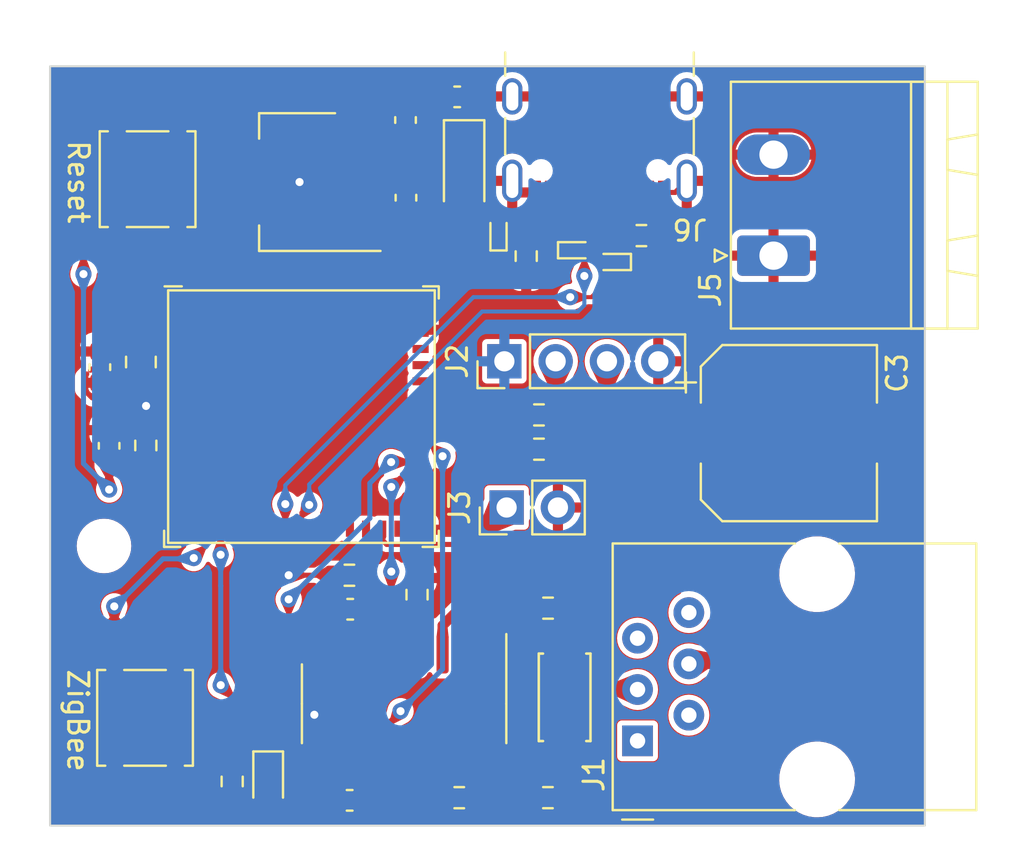
<source format=kicad_pcb>
(kicad_pcb (version 20240108) (generator "pcbnew") (generator_version "8.0")
  (layers (0 "F.Cu" signal) (31 "B.Cu" signal) (34 "B.Paste" user) (35 "F.Paste" user) (36 "B.SilkS" user "B.Silkscreen") (37 "F.SilkS" user "F.Silkscreen") (38 "B.Mask" user) (39 "F.Mask" user) (44 "Edge.Cuts" user))
  (net 0 "")
  (net 1 "GND")
  (net 2 "Net-(U1-VDD)")
  (net 3 "Net-(U1-SC)")
  (net 4 "Net-(U1-STC)")
  (net 5 "ESP_RESET")
  (net 6 "+5V")
  (net 7 "+3.3V")
  (net 8 "MBUS1(+)")
  (net 9 "MBUS2(-)")
  (net 10 "Net-(D2-A)")
  (net 11 "Net-(D3-A)")
  (net 12 "USB_D+")
  (net 13 "USB_D-")
  (net 14 "Net-(J6-CC2)")
  (net 19 "Net-(J2-Pin_2)")
  (net 20 "Net-(J2-Pin_3)")
  (net 21 "GPIO9_BOOT_OPTION")
  (net 22 "Net-(J6-CC1)")
  (net 25 "Net-(U1-BUSL2)")
  (net 26 "Net-(U1-BUSL1)")
  (net 27 "Net-(U1-RIDD)")
  (net 28 "Net-(U1-RIS)")
  (net 29 "GPIO8_BOOT_OPTION")
  (net 30 "ZB_LED")
  (net 31 "UART0_PROG_TX")
  (net 32 "UART0_PROG_RX")
  (net 33 "ZB_BUTTON")
  (net 35 "POWER_FAIL_SIG")
  (net 37 "UART1_RX")
  (net 39 "UART1_TX")
  (footprint "Resistor_SMD:R_0603_1608Metric" (layer "F.Cu") (at 186.317407 119.26712)
    (property "Reference" "R2" (hide yes))
    (property "Value" "220Ω")
    (pad "1" smd roundrect (at -0.825 0) (size 0.8 0.95) (layers "F.Cu" "F.Paste" "F.Mask") (net 26 "Net-(U1-BUSL1)"))
    (pad "2" smd roundrect (at 0.825 0) (size 0.8 0.95) (layers "F.Cu" "F.Paste" "F.Mask") (net 8 "MBUS1(+)"))
  )
  (footprint "Package_TO_SOT_SMD:SOT-223-3_TabPin2" (layer "F.Cu") (at 173.927487 88.790058 180)
    (property "Reference" "U2" (hide yes))
    (property "Value" "TLV1117-33")
    (pad "1" smd rect (at -3.15 -2.3 180) (size 2 1.5) (layers "F.Cu" "F.Paste" "F.Mask") (net 1 "GND"))
    (pad "2" smd rect (at -3.15 0 180) (size 2 1.5) (layers "F.Cu" "F.Paste" "F.Mask") (net 7 "+3.3V"))
    (pad "2" smd rect (at 3.15 0 180) (size 2 3.8) (layers "F.Cu" "F.Paste" "F.Mask") (net 7 "+3.3V"))
    (pad "3" smd rect (at -3.15 2.3 180) (size 2 1.5) (layers "F.Cu" "F.Paste" "F.Mask") (net 6 "+5V"))
  )
  (footprint "Resistor_SMD:R_0603_1608Metric" (layer "F.Cu") (at 170.685 118.4655 90)
    (property "Reference" "R7" (hide yes))
    (property "Value" "680Ω")
    (pad "1" smd roundrect (at -0.825 0 90) (size 0.8 0.95) (layers "F.Cu" "F.Paste" "F.Mask") (net 10 "Net-(D2-A)"))
    (pad "2" smd roundrect (at 0.825 0 90) (size 0.8 0.95) (layers "F.Cu" "F.Paste" "F.Mask") (net 30 "ZB_LED"))
  )
  (footprint "Resistor_SMD:R_0603_1608Metric" (layer "F.Cu") (at 185.873811 100.318308)
    (property "Reference" "R8" (hide yes))
    (property "Value" "160Ω")
    (pad "1" smd roundrect (at -0.825 0) (size 0.8 0.95) (layers "F.Cu" "F.Paste" "F.Mask") (net 31 "UART0_PROG_TX"))
    (pad "2" smd roundrect (at 0.825 0) (size 0.8 0.95) (layers "F.Cu" "F.Paste" "F.Mask") (net 19 "Net-(J2-Pin_2)"))
  )
  (footprint "Resistor_SMD:R_0603_1608Metric" (layer "F.Cu") (at 185.873811 102.014666 180)
    (property "Reference" "R9" (hide yes))
    (property "Value" "160Ω")
    (pad "1" smd roundrect (at -0.825 0 180) (size 0.8 0.95) (layers "F.Cu" "F.Paste" "F.Mask") (net 20 "Net-(J2-Pin_3)"))
    (pad "2" smd roundrect (at 0.825 0 180) (size 0.8 0.95) (layers "F.Cu" "F.Paste" "F.Mask") (net 32 "UART0_PROG_RX"))
  )
  (footprint "Resistor_SMD:R_0603_1608Metric" (layer "F.Cu") (at 166.408659 101.830319 90)
    (property "Reference" "R5" (hide yes))
    (property "Value" "10kΩ 1%")
    (pad "1" smd roundrect (at -0.825 0 90) (size 0.8 0.95) (layers "F.Cu" "F.Paste" "F.Mask") (net 5 "ESP_RESET"))
    (pad "2" smd roundrect (at 0.825 0 90) (size 0.8 0.95) (layers "F.Cu" "F.Paste" "F.Mask") (net 7 "+3.3V"))
  )
  (footprint "Diode_SMD:D_SOD-923" (layer "F.Cu") (at 189.568513 92.746357 180)
    (property "Reference" "D5" (hide yes))
    (property "Value" "CPDQ5V0-HF")
    (pad "1" smd roundrect (at -0.42 0) (size 0.36 0.25) (layers "F.Cu" "F.Paste" "F.Mask") (net 1 "GND"))
    (pad "2" smd roundrect (at 0.42 0) (size 0.36 0.25) (layers "F.Cu" "F.Paste" "F.Mask") (net 13 "USB_D-"))
  )
  (footprint "Connector_RJ:RJ12_Amphenol_54601" (layer "F.Cu") (at 190.754 116.454 90)
    (property "Reference" "J1" (at -1.67 -2.16 90) (layer "F.SilkS"))
    (property "Value" "RJ12")
    (pad "" np_thru_hole circle (at -1.91 8.89 90) (size 3.25 3.25) (drill 3.25) (layers "*.Cu" "*.Mask"))
    (pad "" np_thru_hole circle (at 8.25 8.89 90) (size 3.25 3.25) (drill 3.25) (layers "*.Cu" "*.Mask"))
    (pad "1" thru_hole rect (at 0 0 90) (size 1.52 1.52) (drill 0.76) (layers "*.Cu" "*.Mask"))
    (pad "2" thru_hole circle (at 1.27 2.54 90) (size 1.52 1.52) (drill 0.76) (layers "*.Cu" "*.Mask"))
    (pad "3" thru_hole circle (at 2.54 0 90) (size 1.52 1.52) (drill 0.76) (layers "*.Cu" "*.Mask") (net 8 "MBUS1(+)"))
    (pad "4" thru_hole circle (at 3.81 2.54 90) (size 1.52 1.52) (drill 0.76) (layers "*.Cu" "*.Mask") (net 9 "MBUS2(-)"))
    (pad "5" thru_hole circle (at 5.08 0 90) (size 1.52 1.52) (drill 0.76) (layers "*.Cu" "*.Mask"))
    (pad "6" thru_hole circle (at 6.35 2.54 90) (size 1.52 1.52) (drill 0.76) (layers "*.Cu" "*.Mask"))
  )
  (footprint "MountingHole:MountingHole_2.2mm_M2" (layer "F.Cu") (at 164.338 106.807)
    (property "Reference" "H1" (hide yes))
    (property "Value" "MountingHole")
    (pad "" np_thru_hole circle (at 0 0) (size 2.2 2.2) (drill 2.2) (layers "*.Cu" "*.Mask"))
  )
  (footprint "Capacitor_SMD:C_0603_1608Metric" (layer "F.Cu") (at 179.287871 89.563954 90)
    (property "Reference" "C6" (hide yes))
    (property "Value" "1µF/10V")
    (pad "1" smd roundrect (at -0.775 0 90) (size 0.9 0.95) (layers "F.Cu" "F.Paste" "F.Mask") (net 1 "GND"))
    (pad "2" smd roundrect (at 0.775 0 90) (size 0.9 0.95) (layers "F.Cu" "F.Paste" "F.Mask") (net 7 "+3.3V"))
  )
  (footprint "Resistor_SMD:R_0603_1608Metric" (layer "F.Cu") (at 186.323895 109.885098)
    (property "Reference" "R1" (hide yes))
    (property "Value" "220Ω")
    (pad "1" smd roundrect (at -0.825 0) (size 0.8 0.95) (layers "F.Cu" "F.Paste" "F.Mask") (net 25 "Net-(U1-BUSL2)"))
    (pad "2" smd roundrect (at 0.825 0) (size 0.8 0.95) (layers "F.Cu" "F.Paste" "F.Mask") (net 9 "MBUS2(-)"))
  )
  (footprint "Resistor_SMD:R_0603_1608Metric" (layer "F.Cu") (at 190.945 91.44 180)
    (property "Reference" "R10" (hide yes))
    (property "Value" "5.1kΩ 1%")
    (pad "1" smd roundrect (at -0.825 0 180) (size 0.8 0.95) (layers "F.Cu" "F.Paste" "F.Mask") (net 1 "GND"))
    (pad "2" smd roundrect (at 0.825 0 180) (size 0.8 0.95) (layers "F.Cu" "F.Paste" "F.Mask") (net 22 "Net-(J6-CC1)"))
  )
  (footprint "LED_SMD:LED_0603_1608Metric" (layer "F.Cu") (at 172.466 118.4655 -90)
    (property "Reference" "D2" (hide yes))
    (property "Value" "LEDmA")
    (pad "1" smd roundrect (at -0.7875 0 270) (size 0.875 0.95) (layers "F.Cu" "F.Paste" "F.Mask") (net 1 "GND"))
    (pad "2" smd roundrect (at 0.7875 0 270) (size 0.875 0.95) (layers "F.Cu" "F.Paste" "F.Mask") (net 10 "Net-(D2-A)"))
  )
  (footprint "SMAJ40CA:DIOM4325X250N" (layer "F.Cu") (at 187.144423 114.3 90)
    (property "Reference" "D1" (hide yes))
    (property "Value" "SMAJ40CA")
    (pad "1" smd rect (at -2.115 0 90) (size 2.12 1.5) (layers "F.Cu" "F.Paste" "F.Mask") (net 8 "MBUS1(+)"))
    (pad "2" smd rect (at 2.115 0 90) (size 2.12 1.5) (layers "F.Cu" "F.Paste" "F.Mask") (net 9 "MBUS2(-)"))
  )
  (footprint "Capacitor_SMD:C_0603_1608Metric" (layer "F.Cu") (at 181.825325 84.570933 180)
    (property "Reference" "C9" (hide yes))
    (property "Value" "10µF/25V/20%")
    (pad "1" smd roundrect (at -0.775 0 180) (size 0.9 0.95) (layers "F.Cu" "F.Paste" "F.Mask") (net 1 "GND"))
    (pad "2" smd roundrect (at 0.775 0 180) (size 0.9 0.95) (layers "F.Cu" "F.Paste" "F.Mask") (net 6 "+5V"))
  )
  (footprint "Button_Switch_SMD:SW_SPST_TL3305A" (layer "F.Cu") (at 166.37 115.316 90)
    (property "Reference" "SW2" (hide yes))
    (property "Value" "SW_Push")
    (pad "1" smd rect (at -3.6 -1.5 90) (size 1.6 1.4) (layers "F.Cu" "F.Paste" "F.Mask") (net 33 "ZB_BUTTON"))
    (pad "1" smd rect (at 3.6 -1.5 90) (size 1.6 1.4) (layers "F.Cu" "F.Paste" "F.Mask") (net 33 "ZB_BUTTON"))
    (pad "2" smd rect (at -3.6 1.5 90) (size 1.6 1.4) (layers "F.Cu" "F.Paste" "F.Mask") (net 1 "GND"))
    (pad "2" smd rect (at 3.6 1.5 90) (size 1.6 1.4) (layers "F.Cu" "F.Paste" "F.Mask") (net 1 "GND"))
  )
  (footprint "Capacitor_SMD:CP_Elec_8x10.5" (layer "F.Cu") (at 198.247 101.219)
    (property "Reference" "C3" (at 5.3594 -2.9718 90) (layer "F.SilkS"))
    (property "Value" "330µF 10%")
    (pad "1" smd roundrect (at -3.7 0) (size 4.4 2.5) (layers "F.Cu" "F.Paste" "F.Mask") (roundrect_rratio 0.1) (net 4 "Net-(U1-STC)"))
    (pad "2" smd roundrect (at 3.7 0) (size 4.4 2.5) (layers "F.Cu" "F.Paste" "F.Mask") (roundrect_rratio 0.1) (net 1 "GND"))
  )
  (footprint "Connector_Phoenix_MSTB:PhoenixContact_MSTBA_2,5_2-G_1x02_P5.00mm_Horizontal" (layer "F.Cu") (at 197.485956 92.432998 90)
    (property "Reference" "J5" (at -1.699402 -3.125156 90) (layer "F.SilkS"))
    (property "Value" "Screw_Terminal_01x02")
    (pad "1" thru_hole roundrect (at 0 0 90) (size 2 3.6) (drill 1.4) (layers "*.Cu" "*.Mask") (roundrect_rratio 0.125) (net 1 "GND"))
    (pad "2" thru_hole oval (at 5 0 90) (size 2 3.6) (drill 1.4) (layers "*.Cu" "*.Mask") (net 6 "+5V"))
  )
  (footprint "Resistor_SMD:R_0603_1608Metric" (layer "F.Cu") (at 179.837216 109.21758 90)
    (property "Reference" "R3" (hide yes))
    (property "Value" "30kΩ 1%")
    (pad "1" smd roundrect (at -0.825 0 90) (size 0.8 0.95) (layers "F.Cu" "F.Paste" "F.Mask") (net 27 "Net-(U1-RIDD)"))
    (pad "2" smd roundrect (at 0.825 0 90) (size 0.8 0.95) (layers "F.Cu" "F.Paste" "F.Mask") (net 1 "GND"))
  )
  (footprint "Capacitor_SMD:C_0805_2012Metric" (layer "F.Cu") (at 166.16584 97.698939 -90)
    (property "Reference" "C7" (hide yes))
    (property "Value" "22µF/10V")
    (pad "1" smd roundrect (at -0.95 0 270) (size 1 1.45) (layers "F.Cu" "F.Paste" "F.Mask") (net 1 "GND"))
    (pad "2" smd roundrect (at 0.95 0 270) (size 1 1.45) (layers "F.Cu" "F.Paste" "F.Mask") (net 7 "+3.3V"))
  )
  (footprint "Package_SO:SOIC-16_3.9x9.9mm_P1.27mm" (layer "F.Cu") (at 179.197 114.619 -90)
    (property "Reference" "U1" (hide yes))
    (property "Value" "NCN5150DG")
    (pad "1" smd roundrect (at -2.475 -4.445 270) (size 1.95 0.6) (layers "F.Cu" "F.Paste" "F.Mask") (net 25 "Net-(U1-BUSL2)"))
    (pad "2" smd roundrect (at -2.475 -3.175 270) (size 1.95 0.6) (layers "F.Cu" "F.Paste" "F.Mask"))
    (pad "3" smd roundrect (at -2.475 -1.905 270) (size 1.95 0.6) (layers "F.Cu" "F.Paste" "F.Mask") (net 4 "Net-(U1-STC)"))
    (pad "4" smd roundrect (at -2.475 -0.635 270) (size 1.95 0.6) (layers "F.Cu" "F.Paste" "F.Mask") (net 27 "Net-(U1-RIDD)"))
    (pad "5" smd roundrect (at -2.475 0.635 270) (size 1.95 0.6) (layers "F.Cu" "F.Paste" "F.Mask") (net 35 "POWER_FAIL_SIG"))
    (pad "6" smd roundrect (at -2.475 1.905 270) (size 1.95 0.6) (layers "F.Cu" "F.Paste" "F.Mask") (net 3 "Net-(U1-SC)"))
    (pad "7" smd roundrect (at -2.475 3.175 270) (size 1.95 0.6) (layers "F.Cu" "F.Paste" "F.Mask"))
    (pad "8" smd roundrect (at -2.475 4.445 270) (size 1.95 0.6) (layers "F.Cu" "F.Paste" "F.Mask") (net 37 "UART1_RX"))
    (pad "9" smd roundrect (at 2.475 4.445 270) (size 1.95 0.6) (layers "F.Cu" "F.Paste" "F.Mask") (net 7 "+3.3V"))
    (pad "10" smd roundrect (at 2.475 3.175 270) (size 1.95 0.6) (layers "F.Cu" "F.Paste" "F.Mask"))
    (pad "11" smd roundrect (at 2.475 1.905 270) (size 1.95 0.6) (layers "F.Cu" "F.Paste" "F.Mask") (net 2 "Net-(U1-VDD)"))
    (pad "12" smd roundrect (at 2.475 0.635 270) (size 1.95 0.6) (layers "F.Cu" "F.Paste" "F.Mask") (net 39 "UART1_TX"))
    (pad "13" smd roundrect (at 2.475 -0.635 270) (size 1.95 0.6) (layers "F.Cu" "F.Paste" "F.Mask"))
    (pad "14" smd roundrect (at 2.475 -1.905 270) (size 1.95 0.6) (layers "F.Cu" "F.Paste" "F.Mask") (net 28 "Net-(U1-RIS)"))
    (pad "15" smd roundrect (at 2.475 -3.175 270) (size 1.95 0.6) (layers "F.Cu" "F.Paste" "F.Mask") (net 1 "GND"))
    (pad "16" smd roundrect (at 2.475 -4.445 270) (size 1.95 0.6) (layers "F.Cu" "F.Paste" "F.Mask") (net 26 "Net-(U1-BUSL1)"))
  )
  (footprint "Connector_PinHeader_2.54mm:PinHeader_1x04_P2.54mm_Vertical" (layer "F.Cu") (at 184.16 97.663 90)
    (property "Reference" "J2" (at 0 -2.33 90) (layer "F.SilkS"))
    (property "Value" "Conn_01x04")
    (pad "1" thru_hole rect (at 0 0 90) (size 1.7 1.7) (drill 1) (layers "*.Cu" "*.Mask") (net 7 "+3.3V"))
    (pad "2" thru_hole oval (at 0 2.54 90) (size 1.7 1.7) (drill 1) (layers "*.Cu" "*.Mask") (net 19 "Net-(J2-Pin_2)"))
    (pad "3" thru_hole oval (at 0 5.08 90) (size 1.7 1.7) (drill 1) (layers "*.Cu" "*.Mask") (net 20 "Net-(J2-Pin_3)"))
    (pad "4" thru_hole oval (at 0 7.62 90) (size 1.7 1.7) (drill 1) (layers "*.Cu" "*.Mask") (net 1 "GND"))
  )
  (footprint "Diode_SMD:D_SOD-923" (layer "F.Cu") (at 183.8706 91.3167 90)
    (property "Reference" "D6" (hide yes))
    (property "Value" "CPDQ5V0-HF")
    (pad "1" smd roundrect (at -0.42 0 270) (size 0.36 0.25) (layers "F.Cu" "F.Paste" "F.Mask") (net 1 "GND"))
    (pad "2" smd roundrect (at 0.42 0 270) (size 0.36 0.25) (layers "F.Cu" "F.Paste" "F.Mask") (net 11 "Net-(D3-A)"))
  )
  (footprint "Capacitor_SMD:C_0603_1608Metric" (layer "F.Cu") (at 164.591727 101.847862 -90)
    (property "Reference" "C4" (hide yes))
    (property "Value" "1µF/16V/10%")
    (pad "1" smd roundrect (at -0.775 0 270) (size 0.9 0.95) (layers "F.Cu" "F.Paste" "F.Mask") (net 1 "GND"))
    (pad "2" smd roundrect (at 0.775 0 270) (size 0.9 0.95) (layers "F.Cu" "F.Paste" "F.Mask") (net 5 "ESP_RESET"))
  )
  (footprint "Capacitor_SMD:C_0603_1608Metric" (layer "F.Cu") (at 176.528458 109.939884)
    (property "Reference" "C2" (hide yes))
    (property "Value" "220nF")
    (pad "1" smd roundrect (at -0.775 0) (size 0.9 0.95) (layers "F.Cu" "F.Paste" "F.Mask") (net 1 "GND"))
    (pad "2" smd roundrect (at 0.775 0) (size 0.9 0.95) (layers "F.Cu" "F.Paste" "F.Mask") (net 3 "Net-(U1-SC)"))
  )
  (footprint "Button_Switch_SMD:SW_SPST_TL3305A" (layer "F.Cu") (at 166.497 88.646 -90)
    (property "Reference" "SW1" (hide yes))
    (property "Value" "SW_Push")
    (pad "1" smd rect (at -3.6 -1.5 270) (size 1.6 1.4) (layers "F.Cu" "F.Paste" "F.Mask") (net 1 "GND"))
    (pad "1" smd rect (at 3.6 -1.5 270) (size 1.6 1.4) (layers "F.Cu" "F.Paste" "F.Mask") (net 1 "GND"))
    (pad "2" smd rect (at -3.6 1.5 270) (size 1.6 1.4) (layers "F.Cu" "F.Paste" "F.Mask") (net 5 "ESP_RESET"))
    (pad "2" smd rect (at 3.6 1.5 270) (size 1.6 1.4) (layers "F.Cu" "F.Paste" "F.Mask") (net 5 "ESP_RESET"))
  )
  (footprint "Resistor_SMD:R_0603_1608Metric" (layer "F.Cu") (at 185.2422 92.456 90)
    (property "Reference" "R11" (hide yes))
    (property "Value" "5.1kΩ 1%")
    (pad "1" smd roundrect (at -0.825 0 90) (size 0.8 0.95) (layers "F.Cu" "F.Paste" "F.Mask") (net 1 "GND"))
    (pad "2" smd roundrect (at 0.825 0 90) (size 0.8 0.95) (layers "F.Cu" "F.Paste" "F.Mask") (net 14 "Net-(J6-CC2)"))
  )
  (footprint "Resistor_SMD:R_0603_1608Metric" (layer "F.Cu") (at 176.48853 108.255657 180)
    (property "Reference" "R6" (hide yes))
    (property "Value" "10kΩ 1%")
    (pad "1" smd roundrect (at -0.825 0 180) (size 0.8 0.95) (layers "F.Cu" "F.Paste" "F.Mask") (net 29 "GPIO8_BOOT_OPTION"))
    (pad "2" smd roundrect (at 0.825 0 180) (size 0.8 0.95) (layers "F.Cu" "F.Paste" "F.Mask") (net 7 "+3.3V"))
  )
  (footprint "Resistor_SMD:R_0603_1608Metric" (layer "F.Cu") (at 181.927266 119.268562 180)
    (property "Reference" "R4" (hide yes))
    (property "Value" "100Ω 1%")
    (pad "1" smd roundrect (at -0.825 0 180) (size 0.8 0.95) (layers "F.Cu" "F.Paste" "F.Mask") (net 1 "GND"))
    (pad "2" smd roundrect (at 0.825 0 180) (size 0.8 0.95) (layers "F.Cu" "F.Paste" "F.Mask") (net 28 "Net-(U1-RIS)"))
  )
  (footprint "Capacitor_SMD:C_0603_1608Metric" (layer "F.Cu") (at 164.13384 97.952939 -90)
    (property "Reference" "C8" (hide yes))
    (property "Value" "0.1µF/50V/10%")
    (pad "1" smd roundrect (at -0.775 0 270) (size 0.9 0.95) (layers "F.Cu" "F.Paste" "F.Mask") (net 1 "GND"))
    (pad "2" smd roundrect (at 0.775 0 270) (size 0.9 0.95) (layers "F.Cu" "F.Paste" "F.Mask") (net 7 "+3.3V"))
  )
  (footprint "Connector_PinHeader_2.54mm:PinHeader_1x02_P2.54mm_Vertical" (layer "F.Cu") (at 184.272 104.902 90)
    (property "Reference" "J3" (at 0 -2.33 90) (layer "F.SilkS"))
    (property "Value" "Conn_01x02")
    (pad "1" thru_hole rect (at 0 0 90) (size 1.7 1.7) (drill 1) (layers "*.Cu" "*.Mask") (net 21 "GPIO9_BOOT_OPTION"))
    (pad "2" thru_hole oval (at 0 2.54 90) (size 1.7 1.7) (drill 1) (layers "*.Cu" "*.Mask") (net 1 "GND"))
  )
  (footprint "Capacitor_SMD:C_0603_1608Metric" (layer "F.Cu") (at 176.5 119.4)
    (property "Reference" "C1" (hide yes))
    (property "Value" "10µF")
    (pad "1" smd roundrect (at -0.775 0) (size 0.9 0.95) (layers "F.Cu" "F.Paste" "F.Mask") (net 1 "GND"))
    (pad "2" smd roundrect (at 0.775 0) (size 0.9 0.95) (layers "F.Cu" "F.Paste" "F.Mask") (net 2 "Net-(U1-VDD)"))
  )
  (footprint "Diode_SMD:D_SOD-923" (layer "F.Cu") (at 187.6769 92.164)
    (property "Reference" "D4" (hide yes))
    (property "Value" "CPDQ5V0-HF")
    (pad "1" smd roundrect (at -0.42 0 180) (size 0.36 0.25) (layers "F.Cu" "F.Paste" "F.Mask") (net 1 "GND"))
    (pad "2" smd roundrect (at 0.42 0 180) (size 0.36 0.25) (layers "F.Cu" "F.Paste" "F.Mask") (net 12 "USB_D+"))
  )
  (footprint "Espressif:ESP32-C6-MINI-1U" (layer "F.Cu") (at 174.113727 98.352862)
    (property "Reference" "U3" (hide yes))
    (property "Value" "ESP32-C6-MINI-1/U")
    (pad "1" smd rect (at -5.9 -1.3 90) (size 0.4 0.8) (layers "F.Cu" "F.Paste" "F.Mask") (net 1 "GND"))
    (pad "2" smd rect (at -5.9 -0.5 90) (size 0.4 0.8) (layers "F.Cu" "F.Paste" "F.Mask") (net 1 "GND"))
    (pad "3" smd rect (at -5.9 0.3 90) (size 0.4 0.8) (layers "F.Cu" "F.Paste" "F.Mask") (net 7 "+3.3V"))
    (pad "4" smd rect (at -5.9 1.1 90) (size 0.4 0.8) (layers "F.Cu" "F.Paste" "F.Mask"))
    (pad "5" smd rect (at -5.9 1.9 90) (size 0.4 0.8) (layers "F.Cu" "F.Paste" "F.Mask"))
    (pad "6" smd rect (at -5.9 2.7 90) (size 0.4 0.8) (layers "F.Cu" "F.Paste" "F.Mask"))
    (pad "7" smd rect (at -5.9 3.5 90) (size 0.4 0.8) (layers "F.Cu" "F.Paste" "F.Mask"))
    (pad "8" smd rect (at -5.9 4.3 90) (size 0.4 0.8) (layers "F.Cu" "F.Paste" "F.Mask") (net 5 "ESP_RESET"))
    (pad "9" smd rect (at -5.9 5.1 90) (size 0.4 0.8) (layers "F.Cu" "F.Paste" "F.Mask"))
    (pad "10" smd rect (at -5.9 5.9 90) (size 0.4 0.8) (layers "F.Cu" "F.Paste" "F.Mask"))
    (pad "11" smd rect (at -5.9 6.7 90) (size 0.4 0.8) (layers "F.Cu" "F.Paste" "F.Mask") (net 1 "GND"))
    (pad "12" smd rect (at -4.8 7.6) (size 0.4 0.8) (layers "F.Cu" "F.Paste" "F.Mask") (net 33 "ZB_BUTTON"))
    (pad "13" smd rect (at -4 7.6) (size 0.4 0.8) (layers "F.Cu" "F.Paste" "F.Mask") (net 30 "ZB_LED"))
    (pad "14" smd rect (at -3.2 7.6) (size 0.4 0.8) (layers "F.Cu" "F.Paste" "F.Mask") (net 1 "GND"))
    (pad "15" smd rect (at -2.4 7.6) (size 0.4 0.8) (layers "F.Cu" "F.Paste" "F.Mask"))
    (pad "16" smd rect (at -1.6 7.6) (size 0.4 0.8) (layers "F.Cu" "F.Paste" "F.Mask"))
    (pad "17" smd rect (at -0.8 7.6) (size 0.4 0.8) (layers "F.Cu" "F.Paste" "F.Mask") (net 13 "USB_D-"))
    (pad "18" smd rect (at 0 7.6) (size 0.4 0.8) (layers "F.Cu" "F.Paste" "F.Mask") (net 12 "USB_D+"))
    (pad "19" smd rect (at 0.8 7.6) (size 0.4 0.8) (layers "F.Cu" "F.Paste" "F.Mask"))
    (pad "20" smd rect (at 1.6 7.6) (size 0.4 0.8) (layers "F.Cu" "F.Paste" "F.Mask"))
    (pad "21" smd rect (at 2.4 7.6) (size 0.4 0.8) (layers "F.Cu" "F.Paste" "F.Mask"))
    (pad "22" smd rect (at 3.2 7.6) (size 0.4 0.8) (layers "F.Cu" "F.Paste" "F.Mask") (net 29 "GPIO8_BOOT_OPTION"))
    (pad "23" smd rect (at 4 7.6) (size 0.4 0.8) (layers "F.Cu" "F.Paste" "F.Mask") (net 21 "GPIO9_BOOT_OPTION"))
    (pad "24" smd rect (at 4.8 7.6) (size 0.4 0.8) (layers "F.Cu" "F.Paste" "F.Mask"))
    (pad "25" smd rect (at 5.9 6.7 90) (size 0.4 0.8) (layers "F.Cu" "F.Paste" "F.Mask"))
    (pad "26" smd rect (at 5.9 5.9 90) (size 0.4 0.8) (layers "F.Cu" "F.Paste" "F.Mask"))
    (pad "27" smd rect (at 5.9 5.1 90) (size 0.4 0.8) (layers "F.Cu" "F.Paste" "F.Mask") (net 35 "POWER_FAIL_SIG"))
    (pad "28" smd rect (at 5.9 4.3 90) (size 0.4 0.8) (layers "F.Cu" "F.Paste" "F.Mask") (net 37 "UART1_RX"))
    (pad "29" smd rect (at 5.9 3.5 90) (size 0.4 0.8) (layers "F.Cu" "F.Paste" "F.Mask") (net 39 "UART1_TX"))
    (pad "30" smd rect (at 5.9 2.7 90) (size 0.4 0.8) (layers "F.Cu" "F.Paste" "F.Mask") (net 32 "UART0_PROG_RX"))
    (pad "31" smd rect (at 5.9 1.9 90) (size 0.4 0.8) (layers "F.Cu" "F.Paste" "F.Mask") (net 31 "UART0_PROG_TX"))
    (pad "32" smd rect (at 5.9 1.1 90) (size 0.4 0.8) (layers "F.Cu" "F.Paste" "F.Mask"))
    (pad "33" smd rect (at 5.9 0.3 90) (size 0.4 0.8) (layers "F.Cu" "F.Paste" "F.Mask"))
    (pad "34" smd rect (at 5.9 -0.5 90) (size 0.4 0.8) (layers "F.Cu" "F.Paste" "F.Mask"))
    (pad "35" smd rect (at 5.9 -1.3 90) (size 0.4 0.8) (layers "F.Cu" "F.Paste" "F.Mask"))
    (pad "36" smd rect (at 4.8 -2.2) (size 0.4 0.8) (layers "F.Cu" "F.Paste" "F.Mask") (net 1 "GND"))
    (pad "37" smd rect (at 4 -2.2) (size 0.4 0.8) (layers "F.Cu" "F.Paste" "F.Mask") (net 1 "GND"))
    (pad "38" smd rect (at 3.2 -2.2) (size 0.4 0.8) (layers "F.Cu" "F.Paste" "F.Mask") (net 1 "GND"))
    (pad "39" smd rect (at 2.4 -2.2) (size 0.4 0.8) (layers "F.Cu" "F.Paste" "F.Mask") (net 1 "GND"))
    (pad "40" smd rect (at 1.6 -2.2) (size 0.4 0.8) (layers "F.Cu" "F.Paste" "F.Mask") (net 1 "GND"))
    (pad "41" smd rect (at 0.8 -2.2) (size 0.4 0.8) (layers "F.Cu" "F.Paste" "F.Mask") (net 1 "GND"))
    (pad "42" smd rect (at 0 -2.2) (size 0.4 0.8) (layers "F.Cu" "F.Paste" "F.Mask") (net 1 "GND"))
    (pad "43" smd rect (at -0.8 -2.2) (size 0.4 0.8) (layers "F.Cu" "F.Paste" "F.Mask") (net 1 "GND"))
    (pad "44" smd rect (at -1.6 -2.2) (size 0.4 0.8) (layers "F.Cu" "F.Paste" "F.Mask") (net 1 "GND"))
    (pad "45" smd rect (at -2.4 -2.2) (size 0.4 0.8) (layers "F.Cu" "F.Paste" "F.Mask") (net 1 "GND"))
    (pad "46" smd rect (at -3.2 -2.2) (size 0.4 0.8) (layers "F.Cu" "F.Paste" "F.Mask") (net 1 "GND"))
    (pad "47" smd rect (at -4 -2.2) (size 0.4 0.8) (layers "F.Cu" "F.Paste" "F.Mask") (net 1 "GND"))
    (pad "48" smd rect (at -4.8 -2.2) (size 0.4 0.8) (layers "F.Cu" "F.Paste" "F.Mask") (net 1 "GND"))
    (pad "49" smd custom (at -1.975 0.725) (size 0.8 0.8) (layers "F.Cu" "F.Paste" "F.Mask") (net 1 "GND") (options (clearance outline) (anchor rect)) (primitives (gr_poly (pts (xy 0.725 0.725) (xy -0.725 0.725) (xy -0.725 -0.125) (xy -0.125 -0.725) (xy 0.725 -0.725)) (width 0) (fill yes))))
    (pad "49" smd rect (at -1.975 2.7 90) (size 1.45 1.45) (layers "F.Cu" "F.Paste" "F.Mask") (net 1 "GND"))
    (pad "49" smd rect (at -1.975 4.675 90) (size 1.45 1.45) (layers "F.Cu" "F.Paste" "F.Mask") (net 1 "GND"))
    (pad "49" smd rect (at 0 0.725 90) (size 1.45 1.45) (layers "F.Cu" "F.Paste" "F.Mask") (net 1 "GND"))
    (pad "49" smd rect (at 0 2.7 90) (size 1.45 1.45) (layers "F.Cu" "F.Paste" "F.Mask") (net 1 "GND"))
    (pad "49" smd rect (at 0 4.675 90) (size 1.45 1.45) (layers "F.Cu" "F.Paste" "F.Mask") (net 1 "GND"))
    (pad "49" smd rect (at 1.975 0.725 90) (size 1.45 1.45) (layers "F.Cu" "F.Paste" "F.Mask") (net 1 "GND"))
    (pad "49" smd rect (at 1.975 2.7 90) (size 1.45 1.45) (layers "F.Cu" "F.Paste" "F.Mask") (net 1 "GND"))
    (pad "49" smd rect (at 1.975 4.675 90) (size 1.45 1.45) (layers "F.Cu" "F.Paste" "F.Mask") (net 1 "GND"))
    (pad "50" smd rect (at 5.95 -2.25 90) (size 0.7 0.7) (layers "F.Cu" "F.Paste" "F.Mask") (net 1 "GND"))
    (pad "51" smd rect (at 5.95 7.65 90) (size 0.7 0.7) (layers "F.Cu" "F.Paste" "F.Mask") (net 1 "GND"))
    (pad "52" smd rect (at -5.95 7.65 90) (size 0.7 0.7) (layers "F.Cu" "F.Paste" "F.Mask") (net 1 "GND"))
    (pad "53" smd rect (at -5.95 -2.25 90) (size 0.7 0.7) (layers "F.Cu" "F.Paste" "F.Mask") (net 1 "GND"))
  )
  (footprint "Connector_USB:USB_C_Receptacle_GCT_USB4105-xx-A_16P_TopMnt_Horizontal" (layer "F.Cu") (at 188.869954 85.623702 180)
    (property "Reference" "J6" (at -4.474846 -5.5 180) (layer "F.SilkS"))
    (property "Value" "USB_C_Receptacle_USB2.0")
    (pad "" np_thru_hole circle (at -2.89 -2.605 180) (size 0.65 0.65) (drill 0.65) (layers "F&B.Cu" "*.Mask"))
    (pad "" np_thru_hole circle (at 2.89 -2.605 180) (size 0.65 0.65) (drill 0.65) (layers "F&B.Cu" "*.Mask"))
    (pad "A1" smd rect (at -3.2 -3.68 180) (size 0.6 1.15) (layers "F.Cu" "F.Paste" "F.Mask") (net 1 "GND"))
    (pad "A4" smd rect (at -2.4 -3.68 180) (size 0.6 1.15) (layers "F.Cu" "F.Paste" "F.Mask") (net 11 "Net-(D3-A)"))
    (pad "A5" smd rect (at -1.25 -3.68 180) (size 0.3 1.15) (layers "F.Cu" "F.Paste" "F.Mask") (net 22 "Net-(J6-CC1)"))
    (pad "A6" smd rect (at -0.25 -3.68 180) (size 0.3 1.15) (layers "F.Cu" "F.Paste" "F.Mask") (net 12 "USB_D+"))
    (pad "A7" smd rect (at 0.25 -3.68 180) (size 0.3 1.15) (layers "F.Cu" "F.Paste" "F.Mask") (net 13 "USB_D-"))
    (pad "A8" smd rect (at 1.25 -3.68 180) (size 0.3 1.15) (layers "F.Cu" "F.Paste" "F.Mask"))
    (pad "A9" smd rect (at 2.4 -3.68 180) (size 0.6 1.15) (layers "F.Cu" "F.Paste" "F.Mask") (net 11 "Net-(D3-A)"))
    (pad "A12" smd rect (at 3.2 -3.68 180) (size 0.6 1.15) (layers "F.Cu" "F.Paste" "F.Mask") (net 1 "GND"))
    (pad "B1" smd rect (at 3.2 -3.68 180) (size 0.6 1.15) (layers "F.Cu" "F.Paste" "F.Mask") (net 1 "GND"))
    (pad "B4" smd rect (at 2.4 -3.68 180) (size 0.6 1.15) (layers "F.Cu" "F.Paste" "F.Mask") (net 11 "Net-(D3-A)"))
    (pad "B5" smd rect (at 1.75 -3.68 180) (size 0.3 1.15) (layers "F.Cu" "F.Paste" "F.Mask") (net 14 "Net-(J6-CC2)"))
    (pad "B6" smd rect (at 0.75 -3.68 180) (size 0.3 1.15) (layers "F.Cu" "F.Paste" "F.Mask") (net 12 "USB_D+"))
    (pad "B7" smd rect (at -0.75 -3.68 180) (size 0.3 1.15) (layers "F.Cu" "F.Paste" "F.Mask") (net 13 "USB_D-"))
    (pad "B8" smd rect (at -1.75 -3.68 180) (size 0.3 1.15) (layers "F.Cu" "F.Paste" "F.Mask"))
    (pad "B9" smd rect (at -2.4 -3.68 180) (size 0.6 1.15) (layers "F.Cu" "F.Paste" "F.Mask") (net 11 "Net-(D3-A)"))
    (pad "B12" smd rect (at -3.2 -3.68 180) (size 0.6 1.15) (layers "F.Cu" "F.Paste" "F.Mask") (net 1 "GND"))
    (pad "S1" thru_hole oval (at -4.32 -3.105 180) (size 1 2.1) (drill oval 0.6 1.7) (layers "*.Cu" "*.Mask") (net 1 "GND"))
    (pad "S1" thru_hole oval (at -4.32 1.075 180) (size 1 1.8) (drill oval 0.6 1.4) (layers "*.Cu" "*.Mask") (net 1 "GND"))
    (pad "S1" thru_hole oval (at 4.32 -3.105 180) (size 1 2.1) (drill oval 0.6 1.7) (layers "*.Cu" "*.Mask") (net 1 "GND"))
    (pad "S1" thru_hole oval (at 4.32 1.075 180) (size 1 1.8) (drill oval 0.6 1.4) (layers "*.Cu" "*.Mask") (net 1 "GND"))
  )
  (footprint "Capacitor_SMD:C_0603_1608Metric" (layer "F.Cu") (at 179.267003 85.717447 -90)
    (property "Reference" "C5" (hide yes))
    (property "Value" "1µF/10V")
    (pad "1" smd roundrect (at -0.775 0 270) (size 0.9 0.95) (layers "F.Cu" "F.Paste" "F.Mask") (net 1 "GND"))
    (pad "2" smd roundrect (at 0.775 0 270) (size 0.9 0.95) (layers "F.Cu" "F.Paste" "F.Mask") (net 6 "+5V"))
  )
  (footprint "Diode_SMD:D_SOD-123" (layer "F.Cu") (at 182.1688 88.0872 -90)
    (property "Reference" "D3" (hide yes))
    (property "Value" "1N5819")
    (pad "1" smd roundrect (at -1.65 0 270) (size 0.9 1.2) (layers "F.Cu" "F.Paste" "F.Mask") (net 6 "+5V"))
    (pad "2" smd roundrect (at 1.65 0 270) (size 0.9 1.2) (layers "F.Cu" "F.Paste" "F.Mask") (net 11 "Net-(D3-A)"))
  )
  (gr_rect (start 161.671 83.058) (end 204.978 120.65) (stroke (width 0.1)) (fill none) (layer "Edge.Cuts"))
  (gr_text "Reset" (at 162.4838 86.6394 -90) (layer "F.SilkS") (effects (font (size 1 1)) (justify left bottom)))
  (gr_text "ZigBee" (at 162.4584 112.8268 -90) (layer "F.SilkS") (effects (font (size 1 1)) (justify left bottom)))
  (segment (start 184.549954 89.303702) (end 185.669954 89.303702) (width 0.25) (layer "F.Cu") (net 1))
  (segment (start 182.372 118.888296) (end 182.752266 119.268562) (width 0.5) (layer "F.Cu") (net 1))
  (segment (start 192.069954 89.303702) (end 192.614954 89.303702) (width 0.25) (layer "F.Cu") (net 1))
  (segment (start 176.5 109.193342) (end 176.5 109) (width 0.6) (layer "F.Cu") (net 1))
  (segment (start 175.753458 109.939884) (end 176.5 109.193342) (width 0.6) (layer "F.Cu") (net 1))
  (segment (start 192.614954 89.303702) (end 193.189954 88.728702) (width 0.25) (layer "F.Cu") (net 1))
  (segment (start 184.549954 88.728702) (end 184.549954 89.303702) (width 0.25) (layer "F.Cu") (net 1))
  (segment (start 182.372 117.094) (end 182.372 118.888296) (width 0.5) (layer "F.Cu") (net 1))
  (segment (start 177.285561 119.264237) (end 177.285561 117.100439) (width 0.5) (layer "F.Cu") (net 2))
  (segment (start 177.285561 117.100439) (end 177.292 117.094) (width 0.25) (layer "F.Cu") (net 2))
  (segment (start 177.292 109.951342) (end 177.303458 109.939884) (width 0.25) (layer "F.Cu") (net 3))
  (segment (start 177.292 112.144) (end 177.292 109.951342) (width 0.5) (layer "F.Cu") (net 3))
  (segment (start 193.581 101.219) (end 194.547 101.219) (width 0.5) (layer "F.Cu") (net 4))
  (segment (start 181.102 110.744) (end 184.277 107.569) (width 0.5) (layer "F.Cu") (net 4))
  (segment (start 187.231 107.569) (end 193.581 101.219) (width 0.5) (layer "F.Cu") (net 4))
  (segment (start 184.277 107.569) (end 187.231 107.569) (width 0.5) (layer "F.Cu") (net 4))
  (segment (start 181.102 112.144) (end 181.102 110.744) (width 0.5) (layer "F.Cu") (net 4))
  (segment (start 166.408659 102.655319) (end 164.624184 102.655319) (width 0.25) (layer "F.Cu") (net 5))
  (segment (start 164.624184 102.655319) (end 164.591727 102.622862) (width 0.25) (layer "F.Cu") (net 5))
  (segment (start 164.591727 102.622862) (end 164.591727 104.012727) (width 0.25) (layer "F.Cu") (net 5))
  (segment (start 168.213727 102.652862) (end 166.411116 102.652862) (width 0.25) (layer "F.Cu") (net 5))
  (segment (start 164.997 85.046) (end 164.997 85.103) (width 0.25) (layer "F.Cu") (net 5))
  (segment (start 163.322 86.778) (end 163.322 92.246) (width 0.25) (layer "F.Cu") (net 5))
  (segment (start 164.997 92.246) (end 163.322 92.246) (width 0.25) (layer "F.Cu") (net 5))
  (segment (start 164.997 85.103) (end 163.322 86.778) (width 0.25) (layer "F.Cu") (net 5))
  (segment (start 164.591727 104.012727) (end 164.592 104.013) (width 0.25) (layer "F.Cu") (net 5))
  (segment (start 166.411116 102.652862) (end 166.408659 102.655319) (width 0.25) (layer "F.Cu") (net 5))
  (segment (start 163.322 92.246) (end 163.322 93.345) (width 0.25) (layer "F.Cu") (net 5))
  (via (at 163.322 93.345) (size 0.8) (drill 0.4) (layers "F.Cu" "B.Cu") (net 5))
  (via (at 164.592 104.013) (size 0.8) (drill 0.4) (layers "F.Cu" "B.Cu") (net 5))
  (segment (start 163.322 102.722) (end 163.322 93.345) (width 0.25) (layer "B.Cu") (net 5))
  (segment (start 164.592 103.992) (end 163.322 102.722) (width 0.25) (layer "B.Cu") (net 5))
  (segment (start 164.592 104.013) (end 164.592 103.992) (width 0.25) (layer "B.Cu") (net 5))
  (segment (start 177.077487 86.490058) (end 179.264614 86.490058) (width 0.6) (layer "F.Cu") (net 6))
  (segment (start 179.264614 86.490058) (end 179.267003 86.492447) (width 0.25) (layer "F.Cu") (net 6))
  (segment (start 177.079301 88.788244) (end 177.077487 88.790058) (width 0.25) (layer "F.Cu") (net 7))
  (segment (start 170.777487 88.790058) (end 174.017951 88.790058) (width 0.5) (layer "F.Cu") (net 7))
  (segment (start 173.482 108.2548) (end 173.482857 108.255657) (width 0.25) (layer "F.Cu") (net 7))
  (segment (start 174.019963 88.790058) (end 174.018957 88.789052) (width 0.25) (layer "F.Cu") (net 7))
  (segment (start 177.077487 88.790058) (end 174.019963 88.790058) (width 0.5) (layer "F.Cu") (net 7))
  (segment (start 177.078591 88.788954) (end 177.077487 88.790058) (width 0.25) (layer "F.Cu") (net 7))
  (segment (start 174.017951 88.790058) (end 174.018957 88.789052) (width 0.25) (layer "F.Cu") (net 7))
  (segment (start 173.482857 108.255657) (end 175.66353 108.255657) (width 0.25) (layer "F.Cu") (net 7))
  (segment (start 174.752 117.094) (end 174.752 115.1636) (width 0.25) (layer "F.Cu") (net 7))
  (segment (start 179.287871 88.788954) (end 177.078591 88.788954) (width 0.25) (layer "F.Cu") (net 7))
  (via (at 174.752 115.1636) (size 0.8) (drill 0.4) (layers "F.Cu" "B.Cu") (net 7))
  (via (at 174.018957 88.789052) (size 0.8) (drill 0.4) (layers "F.Cu" "B.Cu") (net 7))
  (via (at 173.482 108.2548) (size 0.8) (drill 0.4) (layers "F.Cu" "B.Cu") (net 7))
  (via (at 166.4208 99.8728) (size 0.8) (drill 0.4) (layers "F.Cu" "B.Cu") (net 7))
  (segment (start 187.142407 116.057593) (end 187.142407 116.831597) (width 0.5) (layer "F.Cu") (net 8))
  (segment (start 190.754 113.914) (end 189.286 113.914) (width 0.5) (layer "F.Cu") (net 8))
  (segment (start 189.286 113.914) (end 187.142407 116.057593) (width 0.5) (layer "F.Cu") (net 8))
  (segment (start 187.142407 119.26712) (end 187.142407 116.831597) (width 0.5) (layer "F.Cu") (net 8))
  (segment (start 187.142407 116.831597) (end 187.144423 116.829581) (width 0.25) (layer "F.Cu") (net 8))
  (segment (start 194.968 109.116) (end 194.31 108.458) (width 0.5) (layer "F.Cu") (net 9))
  (segment (start 188.542 108.458) (end 187.148895 109.851105) (width 0.5) (layer "F.Cu") (net 9))
  (segment (start 187.148895 112.180528) (end 187.144423 112.185) (width 0.5) (layer "F.Cu") (net 9))
  (segment (start 187.148895 109.851105) (end 187.148895 109.885098) (width 0.5) (layer "F.Cu") (net 9))
  (segment (start 194.31 108.458) (end 188.542 108.458) (width 0.5) (layer "F.Cu") (net 9))
  (segment (start 194.338 112.644) (end 194.968 112.014) (width 0.5) (layer "F.Cu") (net 9))
  (segment (start 194.968 112.014) (end 194.968 109.116) (width 0.5) (layer "F.Cu") (net 9))
  (segment (start 187.148895 109.885098) (end 187.148895 112.180528) (width 0.5) (layer "F.Cu") (net 9))
  (segment (start 193.294 112.644) (end 194.338 112.644) (width 0.5) (layer "F.Cu") (net 9))
  (segment (start 172.4285 119.2905) (end 172.466 119.253) (width 0.25) (layer "F.Cu") (net 10))
  (segment (start 170.685 119.2905) (end 172.4285 119.2905) (width 0.25) (layer "F.Cu") (net 10))
  (segment (start 186.469954 90.390046) (end 185.9534 90.9066) (width 0.25) (layer "F.Cu") (net 11))
  (segment (start 191.269954 88.728651) (end 191.269954 89.303702) (width 0.25) (layer "F.Cu") (net 11))
  (segment (start 183.8706 90.8967) (end 182.6161 90.8967) (width 0.25) (layer "F.Cu") (net 11))
  (segment (start 186.469954 88.741702) (end 187.494954 87.716702) (width 0.25) (layer "F.Cu") (net 11))
  (segment (start 185.9534 90.9066) (end 185.735262 90.9066) (width 0.25) (layer "F.Cu") (net 11))
  (segment (start 182.6161 90.8967) (end 182.1688 90.4494) (width 0.25) (layer "F.Cu") (net 11))
  (segment (start 187.494954 87.716702) (end 190.258005 87.716702) (width 0.25) (layer "F.Cu") (net 11))
  (segment (start 185.734662 90.906) (end 183.8799 90.906) (width 0.25) (layer "F.Cu") (net 11))
  (segment (start 186.469954 89.303702) (end 186.469954 90.390046) (width 0.25) (layer "F.Cu") (net 11))
  (segment (start 182.1688 90.4494) (end 182.1688 89.7372) (width 0.25) (layer "F.Cu") (net 11))
  (segment (start 183.8799 90.906) (end 183.8706 90.8967) (width 0.25) (layer "F.Cu") (net 11))
  (segment (start 186.469954 89.303702) (end 186.469954 88.741702) (width 0.25) (layer "F.Cu") (net 11))
  (segment (start 185.735262 90.9066) (end 185.734662 90.906) (width 0.25) (layer "F.Cu") (net 11))
  (segment (start 190.258005 87.716702) (end 191.269954 88.728651) (width 0.25) (layer "F.Cu") (net 11))
  (segment (start 188.119954 89.303702) (end 188.119954 93.439046) (width 0.2) (layer "F.Cu") (net 12))
  (segment (start 188.119954 88.361702) (end 188.256954 88.224702) (width 0.2) (layer "F.Cu") (net 12))
  (segment (start 174.498 104.775) (end 174.113727 105.159273) (width 0.2) (layer "F.Cu") (net 12))
  (segment (start 189.119954 89.303702) (end 189.119954 88.325702) (width 0.2) (layer "F.Cu") (net 12))
  (segment (start 174.113727 105.159273) (end 174.113727 105.952862) (width 0.2) (layer "F.Cu") (net 12))
  (segment (start 189.119954 88.325702) (end 189.018954 88.224702) (width 0.2) (layer "F.Cu") (net 12))
  (segment (start 188.256954 88.224702) (end 189.018954 88.224702) (width 0.2) (layer "F.Cu") (net 12))
  (segment (start 188.119954 89.303702) (end 188.119954 88.361702) (width 0.2) (layer "F.Cu") (net 12))
  (via (at 188.119954 93.439046) (size 0.8) (drill 0.4) (layers "F.Cu" "B.Cu") (net 12))
  (via (at 174.498 104.775) (size 0.8) (drill 0.4) (layers "F.Cu" "B.Cu") (net 12))
  (segment (start 188.119954 93.439046) (end 188.119954 94.886846) (width 0.2) (layer "B.Cu") (net 12))
  (segment (start 187.8076 95.1992) (end 183.0578 95.1992) (width 0.2) (layer "B.Cu") (net 12))
  (segment (start 174.498 103.759) (end 174.498 104.775) (width 0.2) (layer "B.Cu") (net 12))
  (segment (start 188.119954 94.886846) (end 187.8076 95.1992) (width 0.2) (layer "B.Cu") (net 12))
  (segment (start 183.0578 95.1992) (end 174.498 103.759) (width 0.2) (layer "B.Cu") (net 12))
  (segment (start 188.619954 89.303702) (end 188.619954 90.111702) (width 0.2) (layer "F.Cu") (net 13))
  (segment (start 189.145954 90.256702) (end 189.433954 90.256702) (width 0.2) (layer "F.Cu") (net 13))
  (segment (start 189.145954 92.542702) (end 189.145954 90.256702) (width 0.2) (layer "F.Cu") (net 13))
  (segment (start 189.619954 89.303702) (end 189.619954 90.070702) (width 0.2) (layer "F.Cu") (net 13))
  (segment (start 187.420454 94.488) (end 188.468 94.488) (width 0.2) (layer "F.Cu") (net 13))
  (segment (start 189.148513 93.807487) (end 189.148513 92.746357) (width 0.2) (layer "F.Cu") (net 13))
  (segment (start 188.468 94.488) (end 189.148513 93.807487) (width 0.2) (layer "F.Cu") (net 13))
  (segment (start 188.619954 90.111702) (end 188.764954 90.256702) (width 0.2) (layer "F.Cu") (net 13))
  (segment (start 189.148513 92.746357) (end 189.148513 92.545261) (width 0.2) (layer "F.Cu") (net 13))
  (segment (start 189.619954 90.070702) (end 189.433954 90.256702) (width 0.2) (layer "F.Cu") (net 13))
  (segment (start 188.764954 90.256702) (end 189.145954 90.256702) (width 0.2) (layer "F.Cu") (net 13))
  (segment (start 173.313727 104.733727) (end 173.313727 105.952862) (width 0.2) (layer "F.Cu") (net 13))
  (segment (start 189.148513 92.545261) (end 189.145954 92.542702) (width 0.2) (layer "F.Cu") (net 13))
  (via (at 187.420454 94.488) (size 0.8) (drill 0.4) (layers "F.Cu" "B.Cu") (net 13))
  (via (at 173.313727 104.733727) (size 0.8) (drill 0.4) (layers "F.Cu" "B.Cu") (net 13))
  (segment (start 187.420454 94.488) (end 182.626 94.488) (width 0.2) (layer "B.Cu") (net 13))
  (segment (start 173.313727 103.800273) (end 173.313727 104.733727) (width 0.2) (layer "B.Cu") (net 13))
  (segment (start 182.626 94.488) (end 173.313727 103.800273) (width 0.2) (layer "B.Cu") (net 13))
  (segment (start 185.865396 91.631) (end 185.2422 91.631) (width 0.25) (layer "F.Cu") (net 14))
  (segment (start 187.119954 89.303702) (end 187.119954 90.376442) (width 0.25) (layer "F.Cu") (net 14))
  (segment (start 187.119954 90.376442) (end 185.865396 91.631) (width 0.25) (layer "F.Cu") (net 14))
  (segment (start 186.7 100.317119) (end 186.698811 100.318308) (width 0.25) (layer "F.Cu") (net 19))
  (segment (start 186.7 97.663) (end 186.7 100.317119) (width 0.25) (layer "F.Cu") (net 19))
  (segment (start 189.24 100.955) (end 188.180334 102.014666) (width 0.25) (layer "F.Cu") (net 20))
  (segment (start 188.180334 102.014666) (end 186.698811 102.014666) (width 0.25) (layer "F.Cu") (net 20))
  (segment (start 189.24 97.663) (end 189.24 100.955) (width 0.25) (layer "F.Cu") (net 20))
  (segment (start 178.3334 106.7308) (end 178.113727 106.511127) (width 0.25) (layer "F.Cu") (net 21))
  (segment (start 178.113727 106.511127) (end 178.113727 105.952862) (width 0.25) (layer "F.Cu") (net 21))
  (segment (start 182.4432 106.7308) (end 178.3334 106.7308) (width 0.25) (layer "F.Cu") (net 21))
  (segment (start 184.272 104.902) (end 182.4432 106.7308) (width 0.25) (layer "F.Cu") (net 21))
  (segment (start 190.119954 91.439954) (end 190.12 91.44) (width 0.25) (layer "F.Cu") (net 22))
  (segment (start 190.119954 89.303702) (end 190.119954 91.439954) (width 0.25) (layer "F.Cu") (net 22))
  (segment (start 185.498895 109.885098) (end 184.296786 109.885098) (width 0.5) (layer "F.Cu") (net 25))
  (segment (start 183.642 110.539884) (end 183.642 112.144) (width 0.5) (layer "F.Cu") (net 25))
  (segment (start 184.296786 109.885098) (end 183.642 110.539884) (width 0.5) (layer "F.Cu") (net 25))
  (segment (start 183.642 117.642) (end 185.26712 119.26712) (width 0.5) (layer "F.Cu") (net 26))
  (segment (start 183.642 117.094) (end 183.642 117.642) (width 0.5) (layer "F.Cu") (net 26))
  (segment (start 185.26712 119.26712) (end 185.492407 119.26712) (width 0.5) (layer "F.Cu") (net 26))
  (segment (start 179.832 110.047796) (end 179.837216 110.04258) (width 0.25) (layer "F.Cu") (net 27))
  (segment (start 179.832 112.144) (end 179.832 110.047796) (width 0.5) (layer "F.Cu") (net 27))
  (segment (start 181.102266 117.094266) (end 181.102 117.094) (width 0.5) (layer "F.Cu") (net 28))
  (segment (start 181.102266 119.268562) (end 181.102266 117.094266) (width 0.5) (layer "F.Cu") (net 28))
  (segment (start 177.313727 105.952862) (end 177.313727 108.25546) (width 0.25) (layer "F.Cu") (net 29))
  (segment (start 177.313727 108.25546) (end 177.31353 108.255657) (width 0.25) (layer "F.Cu") (net 29))
  (segment (start 170.113727 107.241232) (end 170.113727 105.952862) (width 0.25) (layer "F.Cu") (net 30))
  (segment (start 170.685 117.6405) (end 170.685 114.265528) (width 0.25) (layer "F.Cu") (net 30))
  (segment (start 170.685 114.265528) (end 170.116833 113.697361) (width 0.25) (layer "F.Cu") (net 30))
  (via (at 170.116833 113.697361) (size 0.8) (drill 0.4) (layers "F.Cu" "B.Cu") (net 30))
  (via (at 170.113727 107.241232) (size 0.8) (drill 0.4) (layers "F.Cu" "B.Cu") (net 30))
  (segment (start 170.116833 108.781379) (end 170.113727 108.778273) (width 0.25) (layer "B.Cu") (net 30))
  (segment (start 170.116833 113.697361) (end 170.116833 108.781379) (width 0.25) (layer "B.Cu") (net 30))
  (segment (start 170.113727 108.778273) (end 170.113727 107.241232) (width 0.25) (layer "B.Cu") (net 30))
  (segment (start 184.983365 100.252862) (end 185.048811 100.318308) (width 0.25) (layer "F.Cu") (net 31))
  (segment (start 180.013727 100.252862) (end 184.983365 100.252862) (width 0.25) (layer "F.Cu") (net 31))
  (segment (start 180.013727 101.052862) (end 181.443862 101.052862) (width 0.25) (layer "F.Cu") (net 32))
  (segment (start 182.405666 102.014666) (end 185.048811 102.014666) (width 0.25) (layer "F.Cu") (net 32))
  (segment (start 181.443862 101.052862) (end 182.405666 102.014666) (width 0.25) (layer "F.Cu") (net 32))
  (segment (start 164.846 111.692) (end 164.87 111.716) (width 0.25) (layer "F.Cu") (net 33))
  (segment (start 169.313727 106.87543) (end 168.783 107.406157) (width 0.25) (layer "F.Cu") (net 33))
  (segment (start 164.87 111.716) (end 164.87 118.916) (width 0.25) (layer "F.Cu") (net 33))
  (segment (start 164.846 109.797667) (end 164.846 111.692) (width 0.25) (layer "F.Cu") (net 33))
  (segment (start 169.313727 105.952862) (end 169.313727 106.87543) (width 0.25) (layer "F.Cu") (net 33))
  (via (at 164.846 109.797667) (size 0.8) (drill 0.4) (layers "F.Cu" "B.Cu") (net 33))
  (via (at 168.783 107.406157) (size 0.8) (drill 0.4) (layers "F.Cu" "B.Cu") (net 33))
  (segment (start 164.902333 109.797667) (end 167.258 107.442) (width 0.25) (layer "B.Cu") (net 33))
  (segment (start 168.747157 107.442) (end 168.783 107.406157) (width 0.25) (layer "B.Cu") (net 33))
  (segment (start 164.846 109.797667) (end 164.902333 109.797667) (width 0.25) (layer "B.Cu") (net 33))
  (segment (start 167.258 107.442) (end 168.747157 107.442) (width 0.25) (layer "B.Cu") (net 33))
  (segment (start 178.562 108.077) (end 178.562 112.144) (width 0.25) (layer "F.Cu") (net 35))
  (segment (start 178.995138 103.452862) (end 178.562 103.886) (width 0.25) (layer "F.Cu") (net 35))
  (segment (start 180.013727 103.452862) (end 178.995138 103.452862) (width 0.25) (layer "F.Cu") (net 35))
  (via (at 178.562 108.077) (size 0.8) (drill 0.4) (layers "F.Cu" "B.Cu") (net 35))
  (via (at 178.562 103.886) (size 0.8) (drill 0.4) (layers "F.Cu" "B.Cu") (net 35))
  (segment (start 178.562 103.886) (end 178.562 108.077) (width 0.25) (layer "B.Cu") (net 35))
  (segment (start 173.482 110.182) (end 174.752 111.452) (width 0.25) (layer "F.Cu") (net 37))
  (segment (start 173.482 109.4486) (end 173.482 110.182) (width 0.25) (layer "F.Cu") (net 37))
  (segment (start 180.013727 102.652862) (end 178.554712 102.652862) (width 0.25) (layer "F.Cu") (net 37))
  (segment (start 174.752 111.452) (end 174.752 112.144) (width 0.25) (layer "F.Cu") (net 37))
  (segment (start 178.554712 102.652862) (end 178.554315 102.653259) (width 0.25) (layer "F.Cu") (net 37))
  (via (at 173.482 109.4486) (size 0.8) (drill 0.4) (layers "F.Cu" "B.Cu") (net 37))
  (via (at 178.554315 102.653259) (size 0.8) (drill 0.4) (layers "F.Cu" "B.Cu") (net 37))
  (segment (start 178.546741 102.653259) (end 178.554315 102.653259) (width 0.25) (layer "B.Cu") (net 37))
  (segment (start 177.5 103.7) (end 178.546741 102.653259) (width 0.25) (layer "B.Cu") (net 37))
  (segment (start 173.482 109.4486) (end 177.5 105.4306) (width 0.25) (layer "B.Cu") (net 37))
  (segment (start 177.5 105.4306) (end 177.5 103.7) (width 0.25) (layer "B.Cu") (net 37))
  (segment (start 178.567751 117.088249) (end 178.562 117.094) (width 0.25) (layer "F.Cu") (net 39))
  (segment (start 180.592862 101.852862) (end 180.013727 101.852862) (width 0.25) (layer "F.Cu") (net 39))
  (segment (start 179.0192 114.9858) (end 178.567751 115.437249) (width 0.25) (layer "F.Cu") (net 39))
  (segment (start 181.102 102.362) (end 180.592862 101.852862) (width 0.25) (layer "F.Cu") (net 39))
  (segment (start 178.567751 115.437249) (end 178.567751 117.088249) (width 0.25) (layer "F.Cu") (net 39))
  (via (at 181.102 102.362) (size 0.8) (drill 0.4) (layers "F.Cu" "B.Cu") (net 39))
  (via (at 179.0192 114.9858) (size 0.8) (drill 0.4) (layers "F.Cu" "B.Cu") (net 39))
  (segment (start 181.1 112.905) (end 181.1 102.364) (width 0.25) (layer "B.Cu") (net 39))
  (segment (start 181.1 102.364) (end 181.102 102.362) (width 0.25) (layer "B.Cu") (net 39))
  (segment (start 179.0192 114.9858) (end 181.1 112.905) (width 0.25) (layer "B.Cu") (net 39))
  (zone (net 7) (net_name "+3.3V") (layer "F.Cu") (priority 2) (connect_pads (clearance 0.3)) (min_thickness 0.25) (fill yes (thermal_gap 0.1) (thermal_bridge_width 0.5))
    (polygon (pts (xy 163.2 98.4) (xy 163.7 97.9) (xy 166.9 97.9) (xy 167.2 98.2) (xy 168.6 98.2) (xy 168.9 98.5) (xy 168.9 98.8) (xy 168.6 99.1) (xy 167.7 99.1) (xy 167.3 99.5) (xy 167.3 101.4) (xy 166.9 101.8) (xy 166 101.8) (xy 165.5 101.3) (xy 165.5 100.4) (xy 164.7 99.6) (xy 163.7 99.6) (xy 163.2 99.1)))
  )
  (zone (net 6) (net_name "+5V") (layer "F.Cu") (priority 3) (connect_pads (clearance 0.3)) (min_thickness 0.25) (fill yes (thermal_gap 0.1) (thermal_bridge_width 0.5))
    (polygon (pts (xy 178.5718 85.898) (xy 178.8668 85.6484) (xy 179.7 85.5742) (xy 180.0606 85.1912) (xy 180.1 84.0742) (xy 180.5 83.6742) (xy 181.5 83.6742) (xy 181.9 84.0742) (xy 181.9 85.0742) (xy 182.7276 85.6742) (xy 199.3 85.6742) (xy 200.2 86.5742) (xy 200.2 87.9742) (xy 198.9 89.2742) (xy 195.4 89.2742) (xy 194.1 87.4742) (xy 178.8414 87.4014) (xy 178.5718 87.098)))
  )
  (zone (net 1) (net_name "GND") (layer "F.Cu") (connect_pads (clearance 0.25)) (min_thickness 0.25) (fill yes (thermal_gap 0.5) (thermal_bridge_width 0.5))
    (polygon (pts (xy 161.671 83.058) (xy 204.978 83.058) (xy 204.978 120.65) (xy 161.671 120.65)))
  )
  (zone (net 7) (net_name "+3.3V") (layer "B.Cu") (priority 1) (connect_pads (clearance 0.3)) (min_thickness 0.25) (fill yes (thermal_gap 0.5) (thermal_bridge_width 0.5))
    (polygon (pts (xy 161.671 83.058) (xy 204.978 83.058) (xy 204.978 120.65) (xy 161.671 120.65)))
  )
)
</source>
